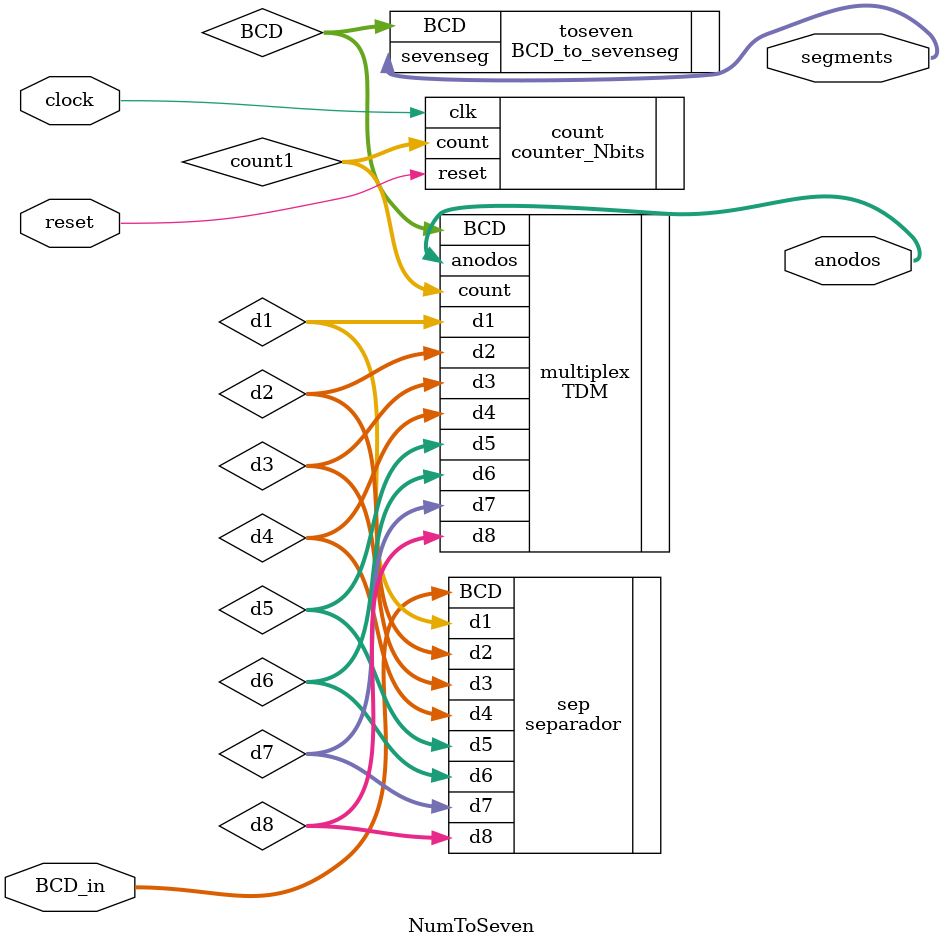
<source format=sv>
`timescale 1ns / 1ps


module NumToSeven(
    input logic [31:0] BCD_in,          //entradas y salidas requeridas
    input logic clock,reset,
    output logic [6:0] segments,
    output logic [7:0] anodos
    );
    
    logic [3:0] d1,d2,d3,d4,d5,d6,d7,d8;       
    logic [2:0] count1;
    logic [3:0] BCD;
    
    separador sep(.BCD(BCD_in),.d1(d1),.d2(d2),.d3(d3),.d4(d4),.d5(d5),.d6(d6),.d7(d7),.d8(d8));//separa BCD_in(32bits) 
                                                                                               //en 8digitos de 4bits
                                                                                               
// se podria usar el siguiente assign en vez del "separador", hacen lo mismo, pero se opto por usar un modulo especial 
//para seguir con el esquema
//    assign d1 = BCD_in[3:0], d2 = BCD_in[7:4], d3 = BCD_in[11:8], d4 = BCD_in[15:12], d5 = BCD_in[19:16],
//                 d6 = BCD_in[23:20], d7 = BCD_in[27:24], d8 = BCD_in[31:28];
        
    counter_Nbits #(3) count(.clk(clock),.reset(reset),.count(count1)); //contador interno para el control de la TDM
    TDM multiplex(.d1(d1),.d2(d2),.d3(d3),.d4(d4),.d5(d5),.d6(d6),.d7(d7),.d8(d8),.count(count1),.anodos(anodos),.BCD(BCD));
    //por cada valor de count1 habra como salida un digito de 4bits(en BCD) y el anodo correspondiente
    
    BCD_to_sevenseg toseven(.BCD(BCD),.sevenseg(segments)); // se recive el digito en BCD y se decodifica a sevenseg 

endmodule

// notar que tanto el contador como el decodificador pueden ir todos juntos en la TDM, se opto por esta forma para mantener el
//orden y el esquema inicial    

</source>
